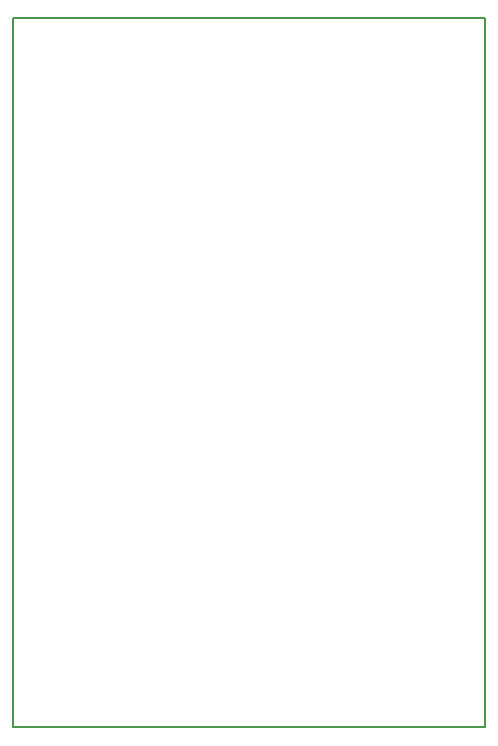
<source format=gbr>
%TF.GenerationSoftware,KiCad,Pcbnew,8.0.5*%
%TF.CreationDate,2024-11-16T20:21:07-03:00*%
%TF.ProjectId,hal9000mainboard,68616c39-3030-4306-9d61-696e626f6172,rev?*%
%TF.SameCoordinates,Original*%
%TF.FileFunction,Profile,NP*%
%FSLAX46Y46*%
G04 Gerber Fmt 4.6, Leading zero omitted, Abs format (unit mm)*
G04 Created by KiCad (PCBNEW 8.0.5) date 2024-11-16 20:21:07*
%MOMM*%
%LPD*%
G01*
G04 APERTURE LIST*
%TA.AperFunction,Profile*%
%ADD10C,0.200000*%
%TD*%
G04 APERTURE END LIST*
D10*
X0Y0D02*
X40000000Y0D01*
X40000000Y-60000000D01*
X0Y-60000000D01*
X0Y0D01*
M02*

</source>
